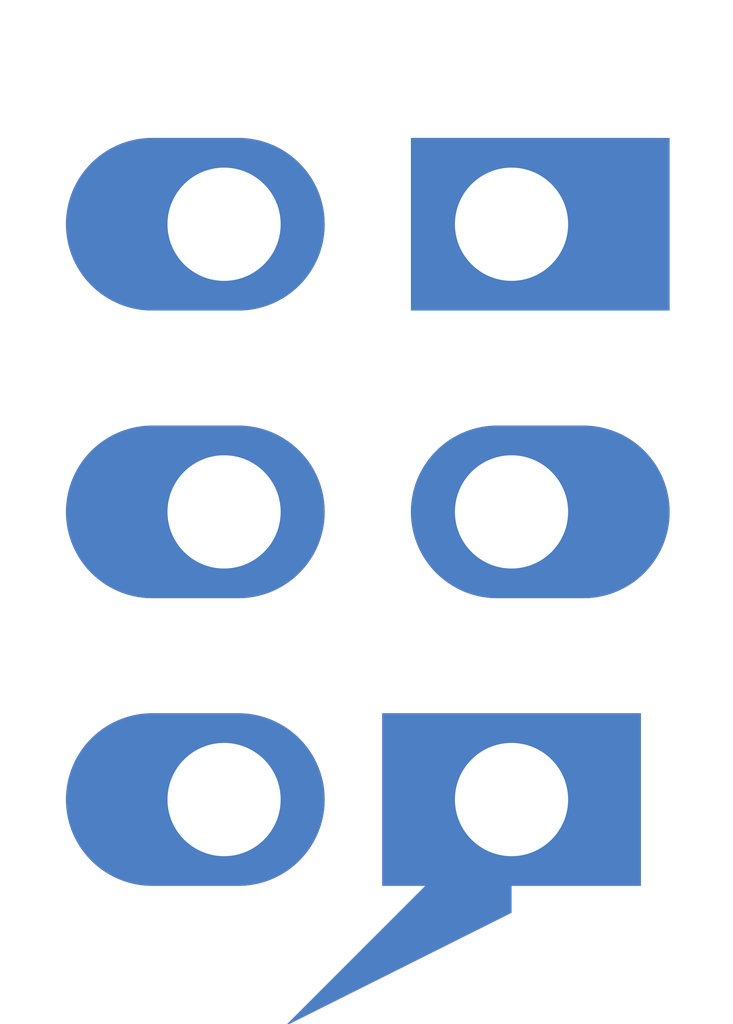
<source format=kicad_pcb>
(kicad_pcb (version 20171130) (host pcbnew "(5.0-dev-4088-g5c6b19c55)")

  (general
    (thickness 1.6)
    (drawings 0)
    (tracks 0)
    (zones 0)
    (modules 1)
    (nets 1)
  )

  (page A4)
  (layers
    (0 F.Cu signal)
    (31 B.Cu signal)
    (32 B.Adhes user)
    (33 F.Adhes user)
    (34 B.Paste user)
    (35 F.Paste user)
    (36 B.SilkS user)
    (37 F.SilkS user)
    (38 B.Mask user)
    (39 F.Mask user)
    (40 Dwgs.User user)
    (41 Cmts.User user)
    (42 Eco1.User user)
    (43 Eco2.User user)
    (44 Edge.Cuts user)
    (45 Margin user)
    (46 B.CrtYd user)
    (47 F.CrtYd user)
    (48 B.Fab user)
    (49 F.Fab user)
  )

  (setup
    (last_trace_width 0.25)
    (trace_clearance 0.2)
    (zone_clearance 0.508)
    (zone_45_only no)
    (trace_min 0.2)
    (segment_width 0.2)
    (edge_width 0.15)
    (via_size 0.8)
    (via_drill 0.4)
    (via_min_size 0.4)
    (via_min_drill 0.3)
    (uvia_size 0.3)
    (uvia_drill 0.1)
    (uvias_allowed no)
    (uvia_min_size 0.2)
    (uvia_min_drill 0.1)
    (pcb_text_width 0.3)
    (pcb_text_size 1.5 1.5)
    (mod_edge_width 0.15)
    (mod_text_size 1 1)
    (mod_text_width 0.15)
    (pad_size 1.524 2.286)
    (pad_drill 1)
    (pad_to_mask_clearance 0.2)
    (aux_axis_origin 0 0)
    (visible_elements 7FFFFFFF)
    (pcbplotparams
      (layerselection 0x010fc_ffffffff)
      (usegerberextensions false)
      (usegerberattributes false)
      (usegerberadvancedattributes false)
      (creategerberjobfile false)
      (excludeedgelayer true)
      (linewidth 0.150000)
      (plotframeref false)
      (viasonmask false)
      (mode 1)
      (useauxorigin false)
      (hpglpennumber 1)
      (hpglpenspeed 20)
      (hpglpendiameter 15)
      (psnegative false)
      (psa4output false)
      (plotreference true)
      (plotvalue true)
      (plotinvisibletext false)
      (padsonsilk false)
      (subtractmaskfromsilk false)
      (outputformat 1)
      (mirror false)
      (drillshape 1)
      (scaleselection 1)
      (outputdirectory ""))
  )

  (net 0 "")

  (net_class Default "This is the default net class."
    (clearance 0.2)
    (trace_width 0.25)
    (via_dia 0.8)
    (via_drill 0.4)
    (uvia_dia 0.3)
    (uvia_drill 0.1)
  )

  (module conn-100mil:CONN-100MIL-M-2x3 (layer B.Cu) (tedit 5A8B5CB7) (tstamp 5A8B58E6)
    (at 149.54 90.55 270)
    (path /57752301/5775FA64)
    (fp_text reference J2 (at 0 -0.02 270) (layer B.Fab)
      (effects (font (size 0.8 0.8) (thickness 0.15)) (justify mirror))
    )
    (fp_text value PDI (at 0 0 270) (layer B.Fab)
      (effects (font (size 0.8 0.8) (thickness 0.15)) (justify mirror))
    )
    (fp_line (start -4.445 3.175) (end 4.445 3.175) (layer B.CrtYd) (width 0.15))
    (fp_line (start 4.445 3.175) (end 4.445 -3.175) (layer B.CrtYd) (width 0.15))
    (fp_line (start 4.445 -3.175) (end -4.445 -3.175) (layer B.CrtYd) (width 0.15))
    (fp_line (start -4.445 -3.175) (end -4.445 3.175) (layer B.CrtYd) (width 0.15))
    (fp_line (start -4.445 3.175) (end 4.445 3.175) (layer B.Fab) (width 0.15))
    (fp_line (start 4.445 3.175) (end 4.445 -3.175) (layer B.Fab) (width 0.15))
    (fp_line (start 4.445 -3.175) (end -4.445 -3.175) (layer B.Fab) (width 0.15))
    (fp_line (start -4.445 -3.175) (end -4.445 3.175) (layer B.Fab) (width 0.15))
    (fp_line (start -4.445 0) (end -1.27 0) (layer B.Fab) (width 0.15))
    (fp_line (start -1.27 0) (end -1.27 -3.175) (layer B.Fab) (width 0.15))
    (pad 1 thru_hole rect (at -2.54 -1.27 270) (size 1.524 2.286) (drill 1 (offset 0 -0.254)) (layers *.Cu *.Mask))
    (pad 3 thru_hole oval (at 0 -1.27 270) (size 1.524 2.286) (drill 1 (offset 0 -0.254)) (layers *.Cu *.Mask))
    (pad 5 thru_hole custom (at 2.54 -1.27 270) (size 1.524 2.286) (drill 1) (layers *.Cu *.Mask)
      (zone_connect 0)
      (options (clearance outline) (anchor rect))
      (primitives
        (gr_poly (pts
           (xy 1 0) (xy 2 2) (xy 0 0)) (width 0))
      ))
    (pad 2 thru_hole oval (at -2.54 1.27 270) (size 1.524 2.286) (drill 1 (offset 0 0.254)) (layers *.Cu *.Mask))
    (pad 4 thru_hole oval (at 0 1.27 270) (size 1.524 2.286) (drill 1 (offset 0 0.254)) (layers *.Cu *.Mask))
    (pad 6 thru_hole oval (at 2.54 1.27 270) (size 1.524 2.286) (drill 1 (offset 0 0.254)) (layers *.Cu *.Mask))
    (model pin_strip/pin_strip_3x2.wrl
      (at (xyz 0 0 0))
      (scale (xyz 1 1 1))
      (rotate (xyz 0 0 0))
    )
  )

)

</source>
